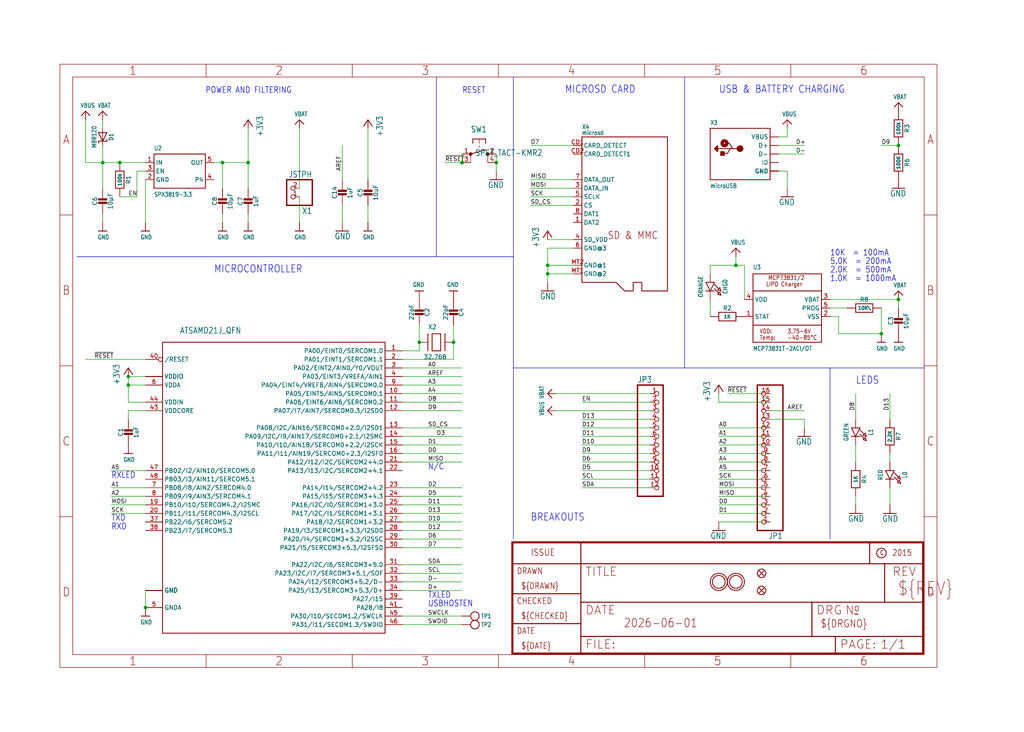
<source format=kicad_sch>
(kicad_sch (version 20230121) (generator eeschema)
  (paper "User" 303.962 217.322)
  (junction (at 218.44 78.74))
  (junction (at 134.62 101.6))
  (junction (at 266.7 88.9))
  (junction (at 38.1 111.76))
  (junction (at 35.56 48.26))
  (junction (at 266.7 43.18))
  (junction (at 162.56 78.74))
  (junction (at 66.04 48.26))
  (junction (at 30.48 48.26))
  (junction (at 124.46 101.6))
  (junction (at 73.66 48.26))
  (junction (at 137.16 48.26))
  (junction (at 261.62 99.06))
  (junction (at 162.56 81.28))
  (junction (at 147.32 48.26))
  (junction (at 43.18 180.34))
  (junction (at 38.1 114.3))
  (wire (pts (xy 228.6 142.24) (xy 213.36 142.24)) (stroke (width 0.1524)))
  (wire (pts (xy 132.08 48.26) (xy 137.16 48.26)) (stroke (width 0.1524)))
  (wire (pts (xy 170.18 53.34) (xy 157.48 53.34)) (stroke (width 0.1524)))
  (wire (pts (xy 193.04 129.54) (xy 172.72 129.54)) (stroke (width 0.1524)))
  (wire (pts (xy 119.38 182.88) (xy 137.16 182.88)) (stroke (width 0.1524)))
  (wire (pts (xy 137.16 154.94) (xy 119.38 154.94)) (stroke (width 0.1524)))
  (wire (pts (xy 228.6 121.92) (xy 238.76 121.92)) (stroke (width 0.1524)))
  (wire (pts (xy 119.38 157.48) (xy 137.16 157.48)) (stroke (width 0.1524)))
  (wire (pts (xy 170.18 78.74) (xy 162.56 78.74)) (stroke (width 0.1524)))
  (wire (pts (xy 30.48 48.26) (xy 30.48 55.88)) (stroke (width 0.1524)))
  (wire (pts (xy 172.72 137.16) (xy 193.04 137.16)) (stroke (width 0.1524)))
  (wire (pts (xy 109.22 66.04) (xy 109.22 60.96)) (stroke (width 0.1524)))
  (wire (pts (xy 137.16 48.26) (xy 137.16 45.72)) (stroke (width 0.1524)))
  (polyline (pts (xy 152.4 76.2) (xy 152.4 22.86)) (stroke (width 0.1524) (type solid)))
  (wire (pts (xy 43.18 114.3) (xy 38.1 114.3)) (stroke (width 0.1524)))
  (wire (pts (xy 30.48 43.18) (xy 30.48 48.26)) (stroke (width 0.1524)))
  (wire (pts (xy 43.18 139.7) (xy 33.02 139.7)) (stroke (width 0.1524)))
  (wire (pts (xy 119.38 149.86) (xy 137.16 149.86)) (stroke (width 0.1524)))
  (wire (pts (xy 218.44 78.74) (xy 220.98 78.74)) (stroke (width 0.1524)))
  (wire (pts (xy 119.38 111.76) (xy 137.16 111.76)) (stroke (width 0.1524)))
  (wire (pts (xy 119.38 137.16) (xy 137.16 137.16)) (stroke (width 0.1524)))
  (wire (pts (xy 137.16 185.42) (xy 119.38 185.42)) (stroke (width 0.1524)))
  (wire (pts (xy 228.6 137.16) (xy 213.36 137.16)) (stroke (width 0.1524)))
  (wire (pts (xy 25.4 48.26) (xy 30.48 48.26)) (stroke (width 0.1524)))
  (wire (pts (xy 228.6 127) (xy 213.36 127)) (stroke (width 0.1524)))
  (wire (pts (xy 119.38 129.54) (xy 137.16 129.54)) (stroke (width 0.1524)))
  (polyline (pts (xy 152.4 76.2) (xy 129.54 76.2)) (stroke (width 0.1524) (type solid)))
  (polyline (pts (xy 246.38 109.22) (xy 203.2 109.22)) (stroke (width 0.1524) (type solid)))
  (wire (pts (xy 157.48 60.96) (xy 170.18 60.96)) (stroke (width 0.1524)))
  (wire (pts (xy 43.18 121.92) (xy 38.1 121.92)) (stroke (width 0.1524)))
  (wire (pts (xy 101.6 60.96) (xy 101.6 66.04)) (stroke (width 0.1524)))
  (wire (pts (xy 264.16 124.46) (xy 264.16 116.84)) (stroke (width 0.1524)))
  (wire (pts (xy 30.48 38.1) (xy 30.48 35.56)) (stroke (width 0.1524)))
  (wire (pts (xy 119.38 104.14) (xy 124.46 104.14)) (stroke (width 0.1524)))
  (wire (pts (xy 248.92 99.06) (xy 261.62 99.06)) (stroke (width 0.1524)))
  (wire (pts (xy 210.82 78.74) (xy 218.44 78.74)) (stroke (width 0.1524)))
  (wire (pts (xy 119.38 144.78) (xy 137.16 144.78)) (stroke (width 0.1524)))
  (wire (pts (xy 109.22 53.34) (xy 109.22 38.1)) (stroke (width 0.1524)))
  (wire (pts (xy 254 132.08) (xy 254 137.16)) (stroke (width 0.1524)))
  (wire (pts (xy 264.16 144.78) (xy 264.16 149.86)) (stroke (width 0.1524)))
  (wire (pts (xy 119.38 152.4) (xy 137.16 152.4)) (stroke (width 0.1524)))
  (wire (pts (xy 172.72 119.38) (xy 193.04 119.38)) (stroke (width 0.1524)))
  (wire (pts (xy 43.18 53.34) (xy 43.18 66.04)) (stroke (width 0.1524)))
  (wire (pts (xy 231.14 40.64) (xy 233.68 40.64)) (stroke (width 0.1524)))
  (wire (pts (xy 38.1 121.92) (xy 38.1 124.46)) (stroke (width 0.1524)))
  (wire (pts (xy 228.6 116.84) (xy 215.9 116.84)) (stroke (width 0.1524)))
  (wire (pts (xy 193.04 134.62) (xy 172.72 134.62)) (stroke (width 0.1524)))
  (wire (pts (xy 38.1 114.3) (xy 38.1 111.76)) (stroke (width 0.1524)))
  (wire (pts (xy 170.18 73.66) (xy 162.56 73.66)) (stroke (width 0.1524)))
  (wire (pts (xy 266.7 43.18) (xy 261.62 43.18)) (stroke (width 0.1524)))
  (wire (pts (xy 264.16 134.62) (xy 264.16 137.16)) (stroke (width 0.1524)))
  (polyline (pts (xy 152.4 109.22) (xy 152.4 76.2)) (stroke (width 0.1524) (type solid)))
  (wire (pts (xy 246.38 91.44) (xy 251.46 91.44)) (stroke (width 0.1524)))
  (wire (pts (xy 119.38 172.72) (xy 137.16 172.72)) (stroke (width 0.1524)))
  (wire (pts (xy 165.1 116.84) (xy 193.04 116.84)) (stroke (width 0.1524)))
  (wire (pts (xy 213.36 116.84) (xy 213.36 119.38)) (stroke (width 0.1524)))
  (wire (pts (xy 134.62 106.68) (xy 134.62 101.6)) (stroke (width 0.1524)))
  (wire (pts (xy 213.36 152.4) (xy 228.6 152.4)) (stroke (width 0.1524)))
  (wire (pts (xy 66.04 55.88) (xy 66.04 48.26)) (stroke (width 0.1524)))
  (wire (pts (xy 193.04 142.24) (xy 172.72 142.24)) (stroke (width 0.1524)))
  (wire (pts (xy 88.9 66.04) (xy 88.9 58.42)) (stroke (width 0.1524)))
  (wire (pts (xy 228.6 132.08) (xy 213.36 132.08)) (stroke (width 0.1524)))
  (wire (pts (xy 238.76 45.72) (xy 231.14 45.72)) (stroke (width 0.1524)))
  (wire (pts (xy 248.92 93.98) (xy 248.92 99.06)) (stroke (width 0.1524)))
  (wire (pts (xy 66.04 63.5) (xy 66.04 66.04)) (stroke (width 0.1524)))
  (wire (pts (xy 172.72 132.08) (xy 193.04 132.08)) (stroke (width 0.1524)))
  (wire (pts (xy 246.38 93.98) (xy 248.92 93.98)) (stroke (width 0.1524)))
  (wire (pts (xy 119.38 170.18) (xy 137.16 170.18)) (stroke (width 0.1524)))
  (wire (pts (xy 170.18 43.18) (xy 157.48 43.18)) (stroke (width 0.1524)))
  (wire (pts (xy 43.18 175.26) (xy 43.18 180.34)) (stroke (width 0.1524)))
  (wire (pts (xy 218.44 76.2) (xy 218.44 78.74)) (stroke (width 0.1524)))
  (wire (pts (xy 119.38 132.08) (xy 137.16 132.08)) (stroke (width 0.1524)))
  (wire (pts (xy 40.64 58.42) (xy 40.64 50.8)) (stroke (width 0.1524)))
  (wire (pts (xy 228.6 124.46) (xy 238.76 124.46)) (stroke (width 0.1524)))
  (wire (pts (xy 73.66 48.26) (xy 73.66 38.1)) (stroke (width 0.1524)))
  (wire (pts (xy 162.56 81.28) (xy 162.56 83.82)) (stroke (width 0.1524)))
  (wire (pts (xy 119.38 121.92) (xy 137.16 121.92)) (stroke (width 0.1524)))
  (wire (pts (xy 73.66 48.26) (xy 73.66 55.88)) (stroke (width 0.1524)))
  (wire (pts (xy 254 147.32) (xy 254 149.86)) (stroke (width 0.1524)))
  (wire (pts (xy 213.36 147.32) (xy 228.6 147.32)) (stroke (width 0.1524)))
  (wire (pts (xy 63.5 48.26) (xy 66.04 48.26)) (stroke (width 0.1524)))
  (polyline (pts (xy 203.2 109.22) (xy 152.4 109.22)) (stroke (width 0.1524) (type solid)))
  (wire (pts (xy 137.16 116.84) (xy 119.38 116.84)) (stroke (width 0.1524)))
  (wire (pts (xy 25.4 35.56) (xy 25.4 48.26)) (stroke (width 0.1524)))
  (wire (pts (xy 172.72 144.78) (xy 193.04 144.78)) (stroke (width 0.1524)))
  (polyline (pts (xy 274.32 109.22) (xy 246.38 109.22)) (stroke (width 0.1524) (type solid)))
  (wire (pts (xy 210.82 81.28) (xy 210.82 78.74)) (stroke (width 0.1524)))
  (wire (pts (xy 233.68 40.64) (xy 233.68 38.1)) (stroke (width 0.1524)))
  (wire (pts (xy 30.48 63.5) (xy 30.48 66.04)) (stroke (width 0.1524)))
  (wire (pts (xy 66.04 48.26) (xy 73.66 48.26)) (stroke (width 0.1524)))
  (wire (pts (xy 147.32 50.8) (xy 147.32 48.26)) (stroke (width 0.1524)))
  (wire (pts (xy 43.18 144.78) (xy 33.02 144.78)) (stroke (width 0.1524)))
  (wire (pts (xy 43.18 48.26) (xy 35.56 48.26)) (stroke (width 0.1524)))
  (wire (pts (xy 73.66 63.5) (xy 73.66 66.04)) (stroke (width 0.1524)))
  (wire (pts (xy 33.02 152.4) (xy 43.18 152.4)) (stroke (width 0.1524)))
  (wire (pts (xy 261.62 91.44) (xy 261.62 99.06)) (stroke (width 0.1524)))
  (polyline (pts (xy 22.86 76.2) (xy 129.54 76.2)) (stroke (width 0.1524) (type solid)))
  (wire (pts (xy 119.38 109.22) (xy 137.16 109.22)) (stroke (width 0.1524)))
  (polyline (pts (xy 129.54 76.2) (xy 129.54 22.86)) (stroke (width 0.1524) (type solid)))
  (wire (pts (xy 254 124.46) (xy 254 116.84)) (stroke (width 0.1524)))
  (wire (pts (xy 124.46 96.52) (xy 124.46 101.6)) (stroke (width 0.1524)))
  (wire (pts (xy 35.56 48.26) (xy 30.48 48.26)) (stroke (width 0.1524)))
  (wire (pts (xy 170.18 58.42) (xy 157.48 58.42)) (stroke (width 0.1524)))
  (wire (pts (xy 137.16 127) (xy 119.38 127)) (stroke (width 0.1524)))
  (wire (pts (xy 228.6 149.86) (xy 213.36 149.86)) (stroke (width 0.1524)))
  (polyline (pts (xy 246.38 160.02) (xy 246.38 109.22)) (stroke (width 0.1524) (type solid)))
  (wire (pts (xy 157.48 55.88) (xy 170.18 55.88)) (stroke (width 0.1524)))
  (wire (pts (xy 43.18 106.68) (xy 25.4 106.68)) (stroke (width 0.1524)))
  (wire (pts (xy 40.64 50.8) (xy 43.18 50.8)) (stroke (width 0.1524)))
  (wire (pts (xy 119.38 106.68) (xy 134.62 106.68)) (stroke (width 0.1524)))
  (wire (pts (xy 33.02 147.32) (xy 43.18 147.32)) (stroke (width 0.1524)))
  (wire (pts (xy 220.98 78.74) (xy 220.98 88.9)) (stroke (width 0.1524)))
  (wire (pts (xy 119.38 167.64) (xy 137.16 167.64)) (stroke (width 0.1524)))
  (wire (pts (xy 147.32 45.72) (xy 147.32 48.26)) (stroke (width 0.1524)))
  (wire (pts (xy 210.82 88.9) (xy 210.82 93.98)) (stroke (width 0.1524)))
  (wire (pts (xy 162.56 78.74) (xy 162.56 81.28)) (stroke (width 0.1524)))
  (wire (pts (xy 193.04 121.92) (xy 165.1 121.92)) (stroke (width 0.1524)))
  (wire (pts (xy 43.18 119.38) (xy 38.1 119.38)) (stroke (width 0.1524)))
  (wire (pts (xy 119.38 162.56) (xy 137.16 162.56)) (stroke (width 0.1524)))
  (wire (pts (xy 101.6 53.34) (xy 101.6 43.18)) (stroke (width 0.1524)))
  (wire (pts (xy 119.38 119.38) (xy 137.16 119.38)) (stroke (width 0.1524)))
  (wire (pts (xy 35.56 58.42) (xy 40.64 58.42)) (stroke (width 0.1524)))
  (wire (pts (xy 231.14 50.8) (xy 233.68 50.8)) (stroke (width 0.1524)))
  (wire (pts (xy 213.36 129.54) (xy 228.6 129.54)) (stroke (width 0.1524)))
  (wire (pts (xy 119.38 114.3) (xy 137.16 114.3)) (stroke (width 0.1524)))
  (wire (pts (xy 134.62 101.6) (xy 134.62 96.52)) (stroke (width 0.1524)))
  (wire (pts (xy 88.9 38.1) (xy 88.9 55.88)) (stroke (width 0.1524)))
  (wire (pts (xy 124.46 104.14) (xy 124.46 101.6)) (stroke (width 0.1524)))
  (wire (pts (xy 213.36 119.38) (xy 228.6 119.38)) (stroke (width 0.1524)))
  (wire (pts (xy 213.36 134.62) (xy 228.6 134.62)) (stroke (width 0.1524)))
  (polyline (pts (xy 203.2 109.22) (xy 203.2 22.86)) (stroke (width 0.1524) (type solid)))
  (wire (pts (xy 193.04 124.46) (xy 172.72 124.46)) (stroke (width 0.1524)))
  (wire (pts (xy 38.1 119.38) (xy 38.1 114.3)) (stroke (width 0.1524)))
  (wire (pts (xy 238.76 124.46) (xy 238.76 127)) (stroke (width 0.1524)))
  (wire (pts (xy 137.16 134.62) (xy 119.38 134.62)) (stroke (width 0.1524)))
  (wire (pts (xy 43.18 111.76) (xy 38.1 111.76)) (stroke (width 0.1524)))
  (wire (pts (xy 137.16 175.26) (xy 119.38 175.26)) (stroke (width 0.1524)))
  (wire (pts (xy 266.7 91.44) (xy 266.7 88.9)) (stroke (width 0.1524)))
  (wire (pts (xy 231.14 43.18) (xy 238.76 43.18)) (stroke (width 0.1524)))
  (wire (pts (xy 172.72 127) (xy 193.04 127)) (stroke (width 0.1524)))
  (wire (pts (xy 233.68 50.8) (xy 233.68 55.88)) (stroke (width 0.1524)))
  (wire (pts (xy 162.56 73.66) (xy 162.56 78.74)) (stroke (width 0.1524)))
  (wire (pts (xy 228.6 144.78) (xy 213.36 144.78)) (stroke (width 0.1524)))
  (wire (pts (xy 119.38 160.02) (xy 137.16 160.02)) (stroke (width 0.1524)))
  (wire (pts (xy 43.18 149.86) (xy 33.02 149.86)) (stroke (width 0.1524)))
  (wire (pts (xy 170.18 81.28) (xy 162.56 81.28)) (stroke (width 0.1524)))
  (wire (pts (xy 213.36 139.7) (xy 228.6 139.7)) (stroke (width 0.1524)))
  (wire (pts (xy 137.16 147.32) (xy 119.38 147.32)) (stroke (width 0.1524)))
  (wire (pts (xy 266.7 88.9) (xy 246.38 88.9)) (stroke (width 0.1524)))
  (wire (pts (xy 162.56 71.12) (xy 170.18 71.12)) (stroke (width 0.1524)))
  (wire (pts (xy 193.04 139.7) (xy 172.72 139.7)) (stroke (width 0.1524)))
  (polyline (pts (xy 152.4 160.02) (xy 152.4 109.22)) (stroke (width 0.1524) (type solid)))
  (wire (pts (xy 213.36 154.94) (xy 228.6 154.94)) (stroke (width 0.1524)))
  (text "10K  = 100mA" (at 246.38 76.2 0) (effects (font (size 1.778 1.5113)) (justify left bottom)))
  (text "MICROSD CARD" (at 167.64 27.94 0) (effects (font (size 2.1844 1.8567)) (justify left bottom)))
  (text "USBHOSTEN" (at 127 180.34 0) (effects (font (size 1.778 1.5113)) (justify left bottom)))
  (text "RXLED" (at 33.02 142.24 0) (effects (font (size 1.778 1.5113)) (justify left bottom)))
  (text "TXLED" (at 127 177.8 0) (effects (font (size 1.778 1.5113)) (justify left bottom)))
  (text "5.0K  = 200mA" (at 246.38 78.74 0) (effects (font (size 1.778 1.5113)) (justify left bottom)))
  (text "POWER AND FILTERING" (at 60.96 27.94 0) (effects (font (size 1.778 1.5113)) (justify left bottom)))
  (text "USB & BATTERY CHARGING" (at 213.36 27.94 0) (effects (font (size 2.1844 1.8567)) (justify left bottom)))
  (text "N/C" (at 127 139.7 0) (effects (font (size 1.778 1.5113)) (justify left bottom)))
  (text "2.0K  = 500mA" (at 246.38 81.28 0) (effects (font (size 1.778 1.5113)) (justify left bottom)))
  (text "RXD" (at 33.02 157.48 0) (effects (font (size 1.778 1.5113)) (justify left bottom)))
  (text "1.0K  = 1000mA" (at 246.38 83.82 0) (effects (font (size 1.778 1.5113)) (justify left bottom)))
  (text "BREAKOUTS" (at 157.48 154.94 0) (effects (font (size 2.1844 1.8567)) (justify left bottom)))
  (text "LEDS" (at 254 114.3 0) (effects (font (size 2.1844 1.8567)) (justify left bottom)))
  (text "MICROCONTROLLER" (at 63.5 81.28 0) (effects (font (size 2.1844 1.8567)) (justify left bottom)))
  (text "RESET" (at 137.16 27.94 0) (effects (font (size 1.778 1.5113)) (justify left bottom)))
  (text "TXD" (at 33.02 154.94 0) (effects (font (size 1.778 1.5113)) (justify left bottom)))
  (label "D+" (at 236.22 43.18 0) (effects (font (size 1.2446 1.2446))))
  (label "SCL" (at 172.72 142.24 0) (effects (font (size 1.2446 1.2446))))
  (label "A3" (at 127 114.3 0) (effects (font (size 1.2446 1.2446))))
  (label "MOSI" (at 157.48 55.88 0) (effects (font (size 1.2446 1.2446))))
  (label "MISO" (at 213.36 147.32 0) (effects (font (size 1.2446 1.2446))))
  (label "A3" (at 213.36 134.62 0) (effects (font (size 1.2446 1.2446))))
  (label "A4" (at 127 116.84 0) (effects (font (size 1.2446 1.2446))))
  (label "D1" (at 127 132.08 0) (effects (font (size 1.2446 1.2446))))
  (label "D5" (at 127 147.32 0) (effects (font (size 1.2446 1.2446))))
  (label "D0" (at 127 134.62 0) (effects (font (size 1.2446 1.2446))))
  (label "D7" (at 157.48 43.18 0) (effects (font (size 1.2446 1.2446))))
  (label "D12" (at 127 157.48 0) (effects (font (size 1.2446 1.2446))))
  (label "D8" (at 254 121.92 90) (effects (font (size 1.2446 1.2446))))
  (label "A0" (at 213.36 127 0) (effects (font (size 1.2446 1.2446))))
  (label "MOSI" (at 213.36 144.78 0) (effects (font (size 1.2446 1.2446))))
  (label "A5" (at 33.02 139.7 0) (effects (font (size 1.2446 1.2446))))
  (label "D13" (at 127 152.4 0) (effects (font (size 1.2446 1.2446))))
  (label "SCK" (at 33.02 152.4 0) (effects (font (size 1.2446 1.2446))))
  (label "A1" (at 33.02 144.78 0) (effects (font (size 1.2446 1.2446))))
  (label "D13" (at 264.16 121.92 90) (effects (font (size 1.2446 1.2446))))
  (label "SCK" (at 213.36 142.24 0) (effects (font (size 1.2446 1.2446))))
  (label "D6" (at 172.72 137.16 0) (effects (font (size 1.2446 1.2446))))
  (label "MISO" (at 157.48 53.34 0) (effects (font (size 1.2446 1.2446))))
  (label "D10" (at 172.72 132.08 0) (effects (font (size 1.2446 1.2446))))
  (label "D3" (at 129.54 129.54 0) (effects (font (size 1.2446 1.2446))))
  (label "SD_CS" (at 157.48 60.96 0) (effects (font (size 1.2446 1.2446))))
  (label "D11" (at 127 149.86 0) (effects (font (size 1.2446 1.2446))))
  (label "SCL" (at 127 170.18 0) (effects (font (size 1.2446 1.2446))))
  (label "A1" (at 213.36 129.54 0) (effects (font (size 1.2446 1.2446))))
  (label "D11" (at 172.72 129.54 0) (effects (font (size 1.2446 1.2446))))
  (label "A5" (at 213.36 139.7 0) (effects (font (size 1.2446 1.2446))))
  (label "D0" (at 213.36 149.86 0) (effects (font (size 1.2446 1.2446))))
  (label "~{RESET}" (at 215.9 116.84 0) (effects (font (size 1.2446 1.2446))))
  (label "D-" (at 127 172.72 0) (effects (font (size 1.2446 1.2446))))
  (label "SWCLK" (at 127 182.88 0) (effects (font (size 1.2446 1.2446))))
  (label "D13" (at 172.72 124.46 0) (effects (font (size 1.2446 1.2446))))
  (label "D-" (at 236.22 45.72 0) (effects (font (size 1.2446 1.2446))))
  (label "SD_CS" (at 127 127 0) (effects (font (size 1.2446 1.2446))))
  (label "D8" (at 127 119.38 0) (effects (font (size 1.2446 1.2446))))
  (label "AREF" (at 127 111.76 0) (effects (font (size 1.2446 1.2446))))
  (label "D+" (at 127 175.26 0) (effects (font (size 1.2446 1.2446))))
  (label "SDA" (at 172.72 144.78 0) (effects (font (size 1.2446 1.2446))))
  (label "A2" (at 33.02 147.32 0) (effects (font (size 1.2446 1.2446))))
  (label "D1" (at 213.36 152.4 0) (effects (font (size 1.2446 1.2446))))
  (label "SWDIO" (at 127 185.42 0) (effects (font (size 1.2446 1.2446))))
  (label "SDA" (at 127 167.64 0) (effects (font (size 1.2446 1.2446))))
  (label "D7" (at 127 162.56 0) (effects (font (size 1.2446 1.2446))))
  (label "AREF" (at 233.68 121.92 0) (effects (font (size 1.2446 1.2446))))
  (label "D6" (at 127 160.02 0) (effects (font (size 1.2446 1.2446))))
  (label "A2" (at 213.36 132.08 0) (effects (font (size 1.2446 1.2446))))
  (label "D2" (at 127 144.78 0) (effects (font (size 1.2446 1.2446))))
  (label "A4" (at 213.36 137.16 0) (effects (font (size 1.2446 1.2446))))
  (label "D9" (at 127 121.92 0) (effects (font (size 1.2446 1.2446))))
  (label "EN" (at 172.72 119.38 0) (effects (font (size 1.2446 1.2446))))
  (label "~{RESET}" (at 27.94 106.68 0) (effects (font (size 1.2446 1.2446))))
  (label "D5" (at 172.72 139.7 0) (effects (font (size 1.2446 1.2446))))
  (label "D9" (at 172.72 134.62 0) (effects (font (size 1.2446 1.2446))))
  (label "~{RESET}" (at 132.08 48.26 0) (effects (font (size 1.2446 1.2446))))
  (label "AREF" (at 101.6 50.8 90) (effects (font (size 1.2446 1.2446))))
  (label "SCK" (at 157.48 58.42 0) (effects (font (size 1.2446 1.2446))))
  (label "D10" (at 127 154.94 0) (effects (font (size 1.2446 1.2446))))
  (label "MISO" (at 127 137.16 0) (effects (font (size 1.2446 1.2446))))
  (label "D12" (at 172.72 127 0) (effects (font (size 1.2446 1.2446))))
  (label "A0" (at 127 109.22 0) (effects (font (size 1.2446 1.2446))))
  (label "EN" (at 38.1 58.42 0) (effects (font (size 1.2446 1.2446))))
  (label "D9" (at 261.62 43.18 0) (effects (font (size 1.2446 1.2446))))
  (label "MOSI" (at 33.02 149.86 0) (effects (font (size 1.2446 1.2446))))
  (symbol (lib_id "working-eagle-import:+3V3") (at 109.22 35.56 0) (mirror y) (unit 1)
    (property "Reference" "#+3V2" (effects hide))
    (property "Value" "+3V3" (at 111.76 40.64 90) (effects (font (size 1.778 1.5113)) (justify left bottom)))
  )
  (symbol (lib_id "working-eagle-import:CON_JST_PH_2PIN") (at 86.36 55.88 180) (unit 1)
    (property "Reference" "X1" (at 92.71 61.595 0) (effects (font (size 1.778 1.5113)) (justify left bottom)))
    (property "Value" "JSTPH" (at 92.71 50.8 0) (effects (font (size 1.778 1.5113)) (justify left bottom)))
    (property "Footprint" "working:JSTPH2" (effects hide))
  )
  (symbol (lib_id "working-eagle-import:CAP_CERAMIC0603_NO") (at 134.62 91.44 180) (unit 1)
    (property "Reference" "C4" (at 136.91 92.69 90))
    (property "Value" "22pF" (at 132.32 92.69 90))
    (property "Footprint" "working:0603-NO" (effects hide))
  )
  (symbol (lib_id "working-eagle-import:HEADER-1X12") (at 195.58 132.08 0) (unit 1)
    (property "Reference" "JP3" (at 189.23 113.665 0) (effects (font (size 1.778 1.5113)) (justify left bottom)))
    (property "Value" "HEADER-1X12" (effects hide))
    (property "Footprint" "working:1X12_ROUND" (effects hide))
  )
  (symbol (lib_id "working-eagle-import:VBUS") (at 25.4 33.02 0) (unit 1)
    (property "Reference" "#U$3" (effects hide))
    (property "Value" "VBUS" (at 23.876 32.004 0) (effects (font (size 1.27 1.0795)) (justify left bottom)))
  )
  (symbol (lib_id "working-eagle-import:FIDUCIAL{dblquote}{dblquote}") (at 226.06 170.18 0) (unit 1)
    (property "Reference" "U$35" (effects hide))
    (property "Value" "FIDUCIAL{dblquote}{dblquote}" (effects hide))
    (property "Footprint" "working:FIDUCIAL_1MM" (effects hide))
  )
  (symbol (lib_id "working-eagle-import:RESISTOR_0603_NOOUT") (at 35.56 53.34 270) (unit 1)
    (property "Reference" "R1" (at 38.1 53.34 0))
    (property "Value" "100k" (at 35.56 53.34 0) (effects (font (size 1.016 1.016) bold)))
    (property "Footprint" "working:0603-NO" (effects hide))
  )
  (symbol (lib_id "working-eagle-import:TESTPOINTROUND1.5MM") (at 137.16 182.88 270) (unit 1)
    (property "Reference" "TP1" (at 142.748 182.88 90) (effects (font (size 1.27 1.0795)) (justify left)))
    (property "Value" "TESTPOINTROUND1.5MM" (effects hide))
    (property "Footprint" "working:TESTPOINT_ROUND_1.5MM" (effects hide))
  )
  (symbol (lib_id "working-eagle-import:CAP_CERAMIC0603_NO") (at 124.46 91.44 180) (unit 1)
    (property "Reference" "C2" (at 126.75 92.69 90))
    (property "Value" "22pF" (at 122.16 92.69 90))
    (property "Footprint" "working:0603-NO" (effects hide))
  )
  (symbol (lib_id "working-eagle-import:CAP_CERAMIC0603_NO") (at 101.6 58.42 0) (unit 1)
    (property "Reference" "C14" (at 99.31 57.17 90))
    (property "Value" "1uF" (at 103.9 57.17 90))
    (property "Footprint" "working:0603-NO" (effects hide))
  )
  (symbol (lib_id "working-eagle-import:GND") (at 66.04 68.58 0) (unit 1)
    (property "Reference" "#U$29" (effects hide))
    (property "Value" "GND" (at 64.516 71.12 0) (effects (font (size 1.27 1.0795)) (justify left bottom)))
  )
  (symbol (lib_id "working-eagle-import:MOUNTINGHOLE2.5") (at 218.44 172.72 0) (unit 1)
    (property "Reference" "U$31" (effects hide))
    (property "Value" "MOUNTINGHOLE2.5" (effects hide))
    (property "Footprint" "working:MOUNTINGHOLE_2.5_PLATED" (effects hide))
  )
  (symbol (lib_id "working-eagle-import:CAP_CERAMIC0603_NO") (at 38.1 129.54 0) (unit 1)
    (property "Reference" "C1" (at 35.81 128.29 90))
    (property "Value" "1uF" (at 40.4 128.29 90))
    (property "Footprint" "working:0603-NO" (effects hide))
  )
  (symbol (lib_id "working-eagle-import:supply1_GND") (at 213.36 157.48 0) (unit 1)
    (property "Reference" "#GND11" (effects hide))
    (property "Value" "GND" (at 210.82 160.02 0) (effects (font (size 1.778 1.5113)) (justify left bottom)))
  )
  (symbol (lib_id "working-eagle-import:GND") (at 124.46 86.36 180) (unit 1)
    (property "Reference" "#U$8" (effects hide))
    (property "Value" "GND" (at 125.984 83.82 0) (effects (font (size 1.27 1.0795)) (justify left bottom)))
  )
  (symbol (lib_id "working-eagle-import:supply1_GND") (at 238.76 129.54 0) (unit 1)
    (property "Reference" "#GND4" (effects hide))
    (property "Value" "GND" (at 236.22 132.08 0) (effects (font (size 1.778 1.5113)) (justify left bottom)))
  )
  (symbol (lib_id "working-eagle-import:supply1_GND") (at 266.7 55.88 0) (unit 1)
    (property "Reference" "#GND13" (effects hide))
    (property "Value" "GND" (at 264.16 58.42 0) (effects (font (size 1.778 1.5113)) (justify left bottom)))
  )
  (symbol (lib_id "working-eagle-import:TESTPOINTROUND1.5MM") (at 137.16 185.42 270) (unit 1)
    (property "Reference" "TP2" (at 142.748 185.42 90) (effects (font (size 1.27 1.0795)) (justify left)))
    (property "Value" "TESTPOINTROUND1.5MM" (effects hide))
    (property "Footprint" "working:TESTPOINT_ROUND_1.5MM" (effects hide))
  )
  (symbol (lib_id "working-eagle-import:RESISTOR_0603_NOOUT") (at 254 142.24 270) (unit 1)
    (property "Reference" "R4" (at 256.54 142.24 0))
    (property "Value" "1K" (at 254 142.24 0) (effects (font (size 1.016 1.016) bold)))
    (property "Footprint" "working:0603-NO" (effects hide))
  )
  (symbol (lib_id "working-eagle-import:GND") (at 43.18 68.58 0) (unit 1)
    (property "Reference" "#U$30" (effects hide))
    (property "Value" "GND" (at 41.656 71.12 0) (effects (font (size 1.27 1.0795)) (justify left bottom)))
  )
  (symbol (lib_id "working-eagle-import:RESISTOR_0603_NOOUT") (at 266.7 48.26 270) (unit 1)
    (property "Reference" "R6" (at 269.24 48.26 0))
    (property "Value" "100K" (at 266.7 48.26 0) (effects (font (size 1.016 1.016) bold)))
    (property "Footprint" "working:0603-NO" (effects hide))
  )
  (symbol (lib_id "working-eagle-import:MICROSD") (at 185.42 60.96 0) (unit 1)
    (property "Reference" "X4" (at 172.72 38.354 0) (effects (font (size 1.27 1.0795)) (justify left bottom)))
    (property "Value" "microsd" (at 172.72 40.132 0) (effects (font (size 1.27 1.0795)) (justify left bottom)))
    (property "Footprint" "working:MICROSD" (effects hide))
  )
  (symbol (lib_id "working-eagle-import:LED0805_NOOUTLINE") (at 210.82 86.36 270) (unit 1)
    (property "Reference" "CHG0" (at 215.265 85.09 0) (effects (font (size 1.27 1.0795))))
    (property "Value" "ORANGE" (at 208.026 85.09 0) (effects (font (size 1.27 1.0795))))
    (property "Footprint" "working:CHIPLED_0805_NOOUTLINE" (effects hide))
  )
  (symbol (lib_id "working-eagle-import:VBAT") (at 30.48 33.02 0) (unit 1)
    (property "Reference" "#U$21" (effects hide))
    (property "Value" "VBAT" (at 28.956 32.004 0) (effects (font (size 1.27 1.0795)) (justify left bottom)))
  )
  (symbol (lib_id "working-eagle-import:GND") (at 43.18 182.88 0) (unit 1)
    (property "Reference" "#U$5" (effects hide))
    (property "Value" "GND" (at 41.656 185.42 0) (effects (font (size 1.27 1.0795)) (justify left bottom)))
  )
  (symbol (lib_id "working-eagle-import:VBUS") (at 218.44 73.66 0) (unit 1)
    (property "Reference" "#U$38" (effects hide))
    (property "Value" "VBUS" (at 216.916 72.644 0) (effects (font (size 1.27 1.0795)) (justify left bottom)))
  )
  (symbol (lib_id "working-eagle-import:USB_MICRO_20329_V2") (at 220.98 45.72 0) (unit 1)
    (property "Reference" "X3" (at 210.82 37.084 0) (effects (font (size 1.27 1.0795)) (justify left bottom)))
    (property "Value" "microUSB" (at 210.82 55.88 0) (effects (font (size 1.27 1.0795)) (justify left bottom)))
    (property "Footprint" "working:4UCONN_20329_V2" (effects hide))
  )
  (symbol (lib_id "working-eagle-import:RESISTOR_0603_NOOUT") (at 264.16 129.54 270) (unit 1)
    (property "Reference" "R7" (at 266.7 129.54 0))
    (property "Value" "2.2K" (at 264.16 129.54 0) (effects (font (size 1.016 1.016) bold)))
    (property "Footprint" "working:0603-NO" (effects hide))
  )
  (symbol (lib_id "working-eagle-import:RESISTOR_0603_NOOUT") (at 266.7 38.1 270) (unit 1)
    (property "Reference" "R3" (at 269.24 38.1 0))
    (property "Value" "100k" (at 266.7 38.1 0) (effects (font (size 1.016 1.016) bold)))
    (property "Footprint" "working:0603-NO" (effects hide))
  )
  (symbol (lib_id "working-eagle-import:GND") (at 109.22 68.58 0) (unit 1)
    (property "Reference" "#U$11" (effects hide))
    (property "Value" "GND" (at 107.696 71.12 0) (effects (font (size 1.27 1.0795)) (justify left bottom)))
  )
  (symbol (lib_id "working-eagle-import:CAP_CERAMIC0805-NOOUTLINE") (at 66.04 60.96 0) (unit 1)
    (property "Reference" "C8" (at 63.75 59.71 90))
    (property "Value" "10µF" (at 68.34 59.71 90))
    (property "Footprint" "working:0805-NO" (effects hide))
  )
  (symbol (lib_id "working-eagle-import:+3V3") (at 213.36 114.3 0) (unit 1)
    (property "Reference" "#+3V1" (effects hide))
    (property "Value" "+3V3" (at 210.82 119.38 90) (effects (font (size 1.778 1.5113)) (justify left bottom)))
  )
  (symbol (lib_id "working-eagle-import:VBAT") (at 88.9 35.56 0) (unit 1)
    (property "Reference" "#U$16" (effects hide))
    (property "Value" "VBAT" (at 87.376 34.544 0) (effects (font (size 1.27 1.0795)) (justify left bottom)))
  )
  (symbol (lib_id "working-eagle-import:supply1_GND") (at 233.68 58.42 0) (unit 1)
    (property "Reference" "#GND1" (effects hide))
    (property "Value" "GND" (at 231.14 60.96 0) (effects (font (size 1.778 1.5113)) (justify left bottom)))
  )
  (symbol (lib_id "working-eagle-import:HEADER-1X16ROUND") (at 226.06 137.16 180) (unit 1)
    (property "Reference" "JP1" (at 232.41 158.115 0) (effects (font (size 1.778 1.5113)) (justify left bottom)))
    (property "Value" "HEADER-1X16ROUND" (effects hide))
    (property "Footprint" "working:1X16_ROUND" (effects hide))
  )
  (symbol (lib_id "working-eagle-import:GND") (at 73.66 68.58 0) (unit 1)
    (property "Reference" "#U$28" (effects hide))
    (property "Value" "GND" (at 72.136 71.12 0) (effects (font (size 1.27 1.0795)) (justify left bottom)))
  )
  (symbol (lib_id "working-eagle-import:+3V3") (at 73.66 35.56 0) (mirror y) (unit 1)
    (property "Reference" "#+3V4" (effects hide))
    (property "Value" "+3V3" (at 76.2 40.64 90) (effects (font (size 1.778 1.5113)) (justify left bottom)))
  )
  (symbol (lib_id "working-eagle-import:DIODE-SCHOTTKYSOD-123") (at 30.48 40.64 270) (unit 1)
    (property "Reference" "D1" (at 33.02 40.64 0) (effects (font (size 1.27 1.0795))))
    (property "Value" "MBR120" (at 27.98 40.64 0) (effects (font (size 1.27 1.0795))))
    (property "Footprint" "working:SOD-123" (effects hide))
  )
  (symbol (lib_id "working-eagle-import:supply1_GND") (at 147.32 53.34 0) (unit 1)
    (property "Reference" "#GND7" (effects hide))
    (property "Value" "GND" (at 144.78 55.88 0) (effects (font (size 1.778 1.5113)) (justify left bottom)))
  )
  (symbol (lib_id "working-eagle-import:VBUS") (at 233.68 35.56 0) (unit 1)
    (property "Reference" "#U$1" (effects hide))
    (property "Value" "VBUS" (at 232.156 34.544 0) (effects (font (size 1.27 1.0795)) (justify left bottom)))
  )
  (symbol (lib_id "working-eagle-import:RESISTOR_0603_NOOUT") (at 256.54 91.44 0) (unit 1)
    (property "Reference" "R8" (at 256.54 88.9 0))
    (property "Value" "10K\\" (at 256.54 91.44 0) (effects (font (size 1.016 1.016) bold)))
    (property "Footprint" "working:0603-NO" (effects hide))
  )
  (symbol (lib_id "working-eagle-import:MOUNTINGHOLE2.5") (at 213.36 172.72 0) (unit 1)
    (property "Reference" "U$32" (effects hide))
    (property "Value" "MOUNTINGHOLE2.5" (effects hide))
    (property "Footprint" "working:MOUNTINGHOLE_2.5_PLATED" (effects hide))
  )
  (symbol (lib_id "working-eagle-import:VREG_SOT23-5") (at 53.34 50.8 0) (unit 1)
    (property "Reference" "U2" (at 45.72 44.704 0) (effects (font (size 1.27 1.0795)) (justify left bottom)))
    (property "Value" "SPX3819-3.3" (at 45.72 58.42 0) (effects (font (size 1.27 1.0795)) (justify left bottom)))
    (property "Footprint" "working:SOT23-5" (effects hide))
  )
  (symbol (lib_id "working-eagle-import:supply1_GND") (at 254 152.4 0) (mirror y) (unit 1)
    (property "Reference" "#GND9" (effects hide))
    (property "Value" "GND" (at 256.54 154.94 0) (effects (font (size 1.778 1.5113)) (justify left bottom)))
  )
  (symbol (lib_id "working-eagle-import:GND") (at 88.9 68.58 0) (unit 1)
    (property "Reference" "#U$22" (effects hide))
    (property "Value" "GND" (at 87.376 71.12 0) (effects (font (size 1.27 1.0795)) (justify left bottom)))
  )
  (symbol (lib_id "working-eagle-import:FRAME_A4") (at 17.78 198.12 0) (unit 1)
    (property "Reference" "#FRAME1" (effects hide))
    (property "Value" "FRAME_A4" (effects hide))
  )
  (symbol (lib_id "working-eagle-import:CAP_CERAMIC0603_NO") (at 73.66 60.96 0) (unit 1)
    (property "Reference" "C7" (at 71.37 59.71 90))
    (property "Value" "1uF" (at 75.96 59.71 90))
    (property "Footprint" "working:0603-NO" (effects hide))
  )
  (symbol (lib_id "working-eagle-import:RESISTOR_0603_NOOUT") (at 215.9 93.98 0) (unit 1)
    (property "Reference" "R2" (at 215.9 91.44 0))
    (property "Value" "1K" (at 215.9 93.98 0) (effects (font (size 1.016 1.016) bold)))
    (property "Footprint" "working:0603-NO" (effects hide))
  )
  (symbol (lib_id "working-eagle-import:SPST_TACT-KMR2") (at 142.24 45.72 270) (unit 1)
    (property "Reference" "SW1" (at 139.7 39.37 90) (effects (font (size 1.778 1.5113)) (justify left bottom)))
    (property "Value" "SPST_TACT-KMR2" (at 140.97 46.355 90) (effects (font (size 1.778 1.5113)) (justify left bottom)))
    (property "Footprint" "working:KMR2" (effects hide))
  )
  (symbol (lib_id "working-eagle-import:CAP_CERAMIC0805-NOOUTLINE") (at 266.7 96.52 0) (unit 1)
    (property "Reference" "C3" (at 264.41 95.27 90))
    (property "Value" "10µF" (at 269 95.27 90))
    (property "Footprint" "working:0805-NO" (effects hide))
  )
  (symbol (lib_id "working-eagle-import:+3V3") (at 162.56 68.58 0) (unit 1)
    (property "Reference" "#+3V5" (effects hide))
    (property "Value" "+3V3" (at 160.02 73.66 90) (effects (font (size 1.778 1.5113)) (justify left bottom)))
  )
  (symbol (lib_id "working-eagle-import:GND") (at 38.1 134.62 0) (unit 1)
    (property "Reference" "#U$6" (effects hide))
    (property "Value" "GND" (at 36.576 137.16 0) (effects (font (size 1.27 1.0795)) (justify left bottom)))
  )
  (symbol (lib_id "working-eagle-import:CAP_CERAMIC0805-NOOUTLINE") (at 30.48 60.96 0) (unit 1)
    (property "Reference" "C6" (at 28.19 59.71 90))
    (property "Value" "10µF" (at 32.78 59.71 90))
    (property "Footprint" "working:0805-NO" (effects hide))
  )
  (symbol (lib_id "working-eagle-import:LED0805_NOOUTLINE") (at 254 129.54 270) (unit 1)
    (property "Reference" "L1" (at 258.445 128.27 0) (effects (font (size 1.27 1.0795))))
    (property "Value" "GREEN" (at 251.206 128.27 0) (effects (font (size 1.27 1.0795))))
    (property "Footprint" "working:CHIPLED_0805_NOOUTLINE" (effects hide))
  )
  (symbol (lib_id "working-eagle-import:VBUS") (at 162.56 121.92 90) (unit 1)
    (property "Reference" "#U$19" (effects hide))
    (property "Value" "VBUS" (at 161.544 123.444 0) (effects (font (size 1.27 1.0795)) (justify left bottom)))
  )
  (symbol (lib_id "working-eagle-import:FIDUCIAL{dblquote}{dblquote}") (at 226.06 175.26 0) (unit 1)
    (property "Reference" "U$34" (effects hide))
    (property "Value" "FIDUCIAL{dblquote}{dblquote}" (effects hide))
    (property "Footprint" "working:FIDUCIAL_1MM" (effects hide))
  )
  (symbol (lib_id "working-eagle-import:VBAT") (at 266.7 30.48 0) (unit 1)
    (property "Reference" "#U$2" (effects hide))
    (property "Value" "VBAT" (at 265.176 29.464 0) (effects (font (size 1.27 1.0795)) (justify left bottom)))
  )
  (symbol (lib_id "working-eagle-import:supply1_GND") (at 101.6 68.58 0) (mirror y) (unit 1)
    (property "Reference" "#GND12" (effects hide))
    (property "Value" "GND" (at 104.14 71.12 0) (effects (font (size 1.778 1.5113)) (justify left bottom)))
  )
  (symbol (lib_id "working-eagle-import:GND") (at 261.62 101.6 0) (unit 1)
    (property "Reference" "#U$36" (effects hide))
    (property "Value" "GND" (at 260.096 104.14 0) (effects (font (size 1.27 1.0795)) (justify left bottom)))
  )
  (symbol (lib_id "working-eagle-import:+3V3") (at 38.1 109.22 0) (unit 1)
    (property "Reference" "#+3V3" (effects hide))
    (property "Value" "+3V3" (at 35.56 114.3 90) (effects (font (size 1.778 1.5113)) (justify left bottom)))
  )
  (symbol (lib_id "working-eagle-import:CAP_CERAMIC0805-NOOUTLINE") (at 109.22 58.42 0) (unit 1)
    (property "Reference" "C5" (at 106.93 57.17 90))
    (property "Value" "10uF" (at 111.52 57.17 90))
    (property "Footprint" "working:0805-NO" (effects hide))
  )
  (symbol (lib_id "working-eagle-import:GND") (at 134.62 86.36 180) (unit 1)
    (property "Reference" "#U$10" (effects hide))
    (property "Value" "GND" (at 136.144 83.82 0) (effects (font (size 1.27 1.0795)) (justify left bottom)))
  )
  (symbol (lib_id "working-eagle-import:supply1_GND") (at 162.56 86.36 0) (mirror y) (unit 1)
    (property "Reference" "#GND8" (effects hide))
    (property "Value" "GND" (at 165.1 88.9 0) (effects (font (size 1.778 1.5113)) (justify left bottom)))
  )
  (symbol (lib_id "working-eagle-import:ATSAMD21J_QFN") (at 68.58 139.7 0) (unit 1)
    (property "Reference" "U$4" (effects hide))
    (property "Value" "ATSAMD21J_QFN" (at 53.34 99.06 0) (effects (font (size 1.778 1.5113)) (justify left bottom)))
    (property "Footprint" "working:TQFN48_7MM" (effects hide))
  )
  (symbol (lib_id "working-eagle-import:LED0805_NOOUTLINE") (at 264.16 142.24 270) (unit 1)
    (property "Reference" "L0" (at 268.605 140.97 0) (effects (font (size 1.27 1.0795))))
    (property "Value" "RED" (at 261.366 140.97 0) (effects (font (size 1.27 1.0795))))
    (property "Footprint" "working:CHIPLED_0805_NOOUTLINE" (effects hide))
  )
  (symbol (lib_id "working-eagle-import:GND") (at 266.7 101.6 0) (unit 1)
    (property "Reference" "#U$33" (effects hide))
    (property "Value" "GND" (at 265.176 104.14 0) (effects (font (size 1.27 1.0795)) (justify left bottom)))
  )
  (symbol (lib_id "working-eagle-import:FRAME_A4") (at 152.4 195.58 0) (unit 2)
    (property "Reference" "#FRAME1" (effects hide))
    (property "Value" "FRAME_A4" (effects hide))
  )
  (symbol (lib_id "working-eagle-import:supply1_GND") (at 264.16 152.4 0) (mirror y) (unit 1)
    (property "Reference" "#GND10" (effects hide))
    (property "Value" "GND" (at 266.7 154.94 0) (effects (font (size 1.778 1.5113)) (justify left bottom)))
  )
  (symbol (lib_id "working-eagle-import:GND") (at 30.48 68.58 0) (unit 1)
    (property "Reference" "#U$27" (effects hide))
    (property "Value" "GND" (at 28.956 71.12 0) (effects (font (size 1.27 1.0795)) (justify left bottom)))
  )
  (symbol (lib_id "working-eagle-import:XTAL-3.2X1.5") (at 129.54 101.6 0) (unit 1)
    (property "Reference" "X2" (at 127 97.79 0) (effects (justify left bottom)))
    (property "Value" "32.768" (at 125.73 106.68 0) (effects (justify left bottom)))
    (property "Footprint" "working:XTAL3215" (effects hide))
  )
  (symbol (lib_id "working-eagle-import:VBAT") (at 162.56 116.84 90) (unit 1)
    (property "Reference" "#U$20" (effects hide))
    (property "Value" "VBAT" (at 161.544 118.364 0) (effects (font (size 1.27 1.0795)) (justify left bottom)))
  )
  (symbol (lib_id "working-eagle-import:MCP73831/2") (at 233.68 91.44 0) (unit 1)
    (property "Reference" "U3" (at 223.52 80.01 0) (effects (font (size 1.27 1.0795)) (justify left bottom)))
    (property "Value" "MCP73831T-2ACI/OT" (at 223.52 104.14 0) (effects (font (size 1.27 1.0795)) (justify left bottom)))
    (property "Footprint" "working:SOT23-5" (effects hide))
  )
  (symbol (lib_id "working-eagle-import:VBAT") (at 266.7 86.36 0) (unit 1)
    (property "Reference" "#U$39" (effects hide))
    (property "Value" "VBAT" (at 265.176 85.344 0) (effects (font (size 1.27 1.0795)) (justify left bottom)))
  )
)
</source>
